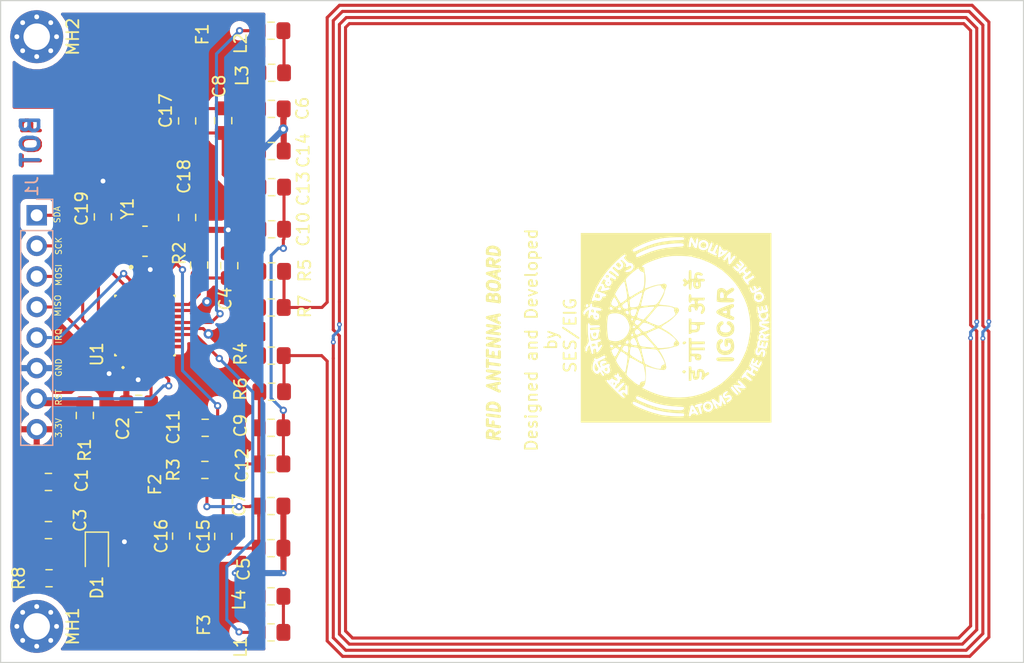
<source format=kicad_pcb>
(kicad_pcb (version 20171130) (host pcbnew "(5.1.2)-2")
  (layers (0 F.Cu signal) (31 B.Cu signal) (34 B.Paste user) (35 F.Paste user) (36 B.SilkS user) (37 F.SilkS user) (38 B.Mask user) (39 F.Mask user) (44 Edge.Cuts user))
  (net 0 "")
  (net 1 GND)
  (net 2 +3V3)
  (net 3 /VMID)
  (net 4 /CON_SDA)
  (net 5 /CON_SCK)
  (net 6 /CON_MOSI)
  (net 7 /CON_MISO)
  (net 8 /CON_IRQ)
  (net 9 /CON_NRST)
  (net 10 /TX1)
  (net 11 /TX2)
  (net 12 /RX)
  (net 13 "Net-(U1-Pad7)")
  (net 14 "Net-(U1-Pad8)")
  (net 15 "Net-(U1-Pad9)")
  (net 16 "Net-(U1-Pad19)")
  (net 17 "Net-(U1-Pad20)")
  (net 18 "Net-(U1-Pad25)")
  (net 19 "Net-(U1-Pad26)")
  (net 20 "Net-(U1-Pad27)")
  (net 21 "Net-(U1-Pad28)")
  (net 22 "Net-(C15-Pad1)")
  (net 23 "Net-(C14-Pad2)")
  (net 24 "Net-(C10-Pad2)")
  (net 25 "Net-(C10-Pad1)")
  (net 26 "Net-(C12-Pad1)")
  (net 27 "Net-(C11-Pad2)")
  (net 28 "Net-(C18-Pad2)")
  (net 29 "Net-(C19-Pad1)")
  (net 30 "Net-(L1-Pad2)")
  (net 31 "Net-(L2-Pad2)")
  (net 32 "Net-(R4-Pad1)")
  (net 33 "Net-(D1-Pad2)")
  (module MountingHole:MountingHole_2.2mm_M2_Pad_Via (layer F.Cu) (at 85.55 75)
    (fp_text reference MH2 (at 3 0 90) (layer F.SilkS))
    (fp_text value MH)
    (pad 1 thru_hole circle (at 0 0) (size 4.4 4.4) (drill 2.2) (layers *.Cu *.Mask))
    (pad 1 thru_hole circle (at 1.65 0) (size 0.7 0.7) (drill 0.4) (layers *.Cu *.Mask))
    (pad 1 thru_hole circle (at 1.166726 1.166726) (size 0.7 0.7) (drill 0.4) (layers *.Cu *.Mask))
    (pad 1 thru_hole circle (at 0 1.65) (size 0.7 0.7) (drill 0.4) (layers *.Cu *.Mask))
    (pad 1 thru_hole circle (at -1.166726 1.166726) (size 0.7 0.7) (drill 0.4) (layers *.Cu *.Mask))
    (pad 1 thru_hole circle (at -1.65 0) (size 0.7 0.7) (drill 0.4) (layers *.Cu *.Mask))
    (pad 1 thru_hole circle (at -1.166726 -1.166726) (size 0.7 0.7) (drill 0.4) (layers *.Cu *.Mask))
    (pad 1 thru_hole circle (at 0 -1.65) (size 0.7 0.7) (drill 0.4) (layers *.Cu *.Mask))
    (pad 1 thru_hole circle (at 1.166726 -1.166726) (size 0.7 0.7) (drill 0.4) (layers *.Cu *.Mask))
  )
  (module MountingHole:MountingHole_2.2mm_M2_Pad_Via (layer F.Cu) (at 85.55 124)
    (fp_text reference MH1 (at 3 0 270) (layer F.SilkS))
    (fp_text value MH)
    (pad 1 thru_hole circle (at 1.166726 -1.166726) (size 0.7 0.7) (drill 0.4) (layers *.Cu *.Mask))
    (pad 1 thru_hole circle (at 0 -1.65) (size 0.7 0.7) (drill 0.4) (layers *.Cu *.Mask))
    (pad 1 thru_hole circle (at -1.166726 -1.166726) (size 0.7 0.7) (drill 0.4) (layers *.Cu *.Mask))
    (pad 1 thru_hole circle (at -1.65 0) (size 0.7 0.7) (drill 0.4) (layers *.Cu *.Mask))
    (pad 1 thru_hole circle (at -1.166726 1.166726) (size 0.7 0.7) (drill 0.4) (layers *.Cu *.Mask))
    (pad 1 thru_hole circle (at 0 1.65) (size 0.7 0.7) (drill 0.4) (layers *.Cu *.Mask))
    (pad 1 thru_hole circle (at 1.166726 1.166726) (size 0.7 0.7) (drill 0.4) (layers *.Cu *.Mask))
    (pad 1 thru_hole circle (at 1.65 0) (size 0.7 0.7) (drill 0.4) (layers *.Cu *.Mask))
    (pad 1 thru_hole circle (at 0 0) (size 4.4 4.4) (drill 2.2) (layers *.Cu *.Mask))
  )
  (module ABRACON:igclogo (layer B.Cu) (at 138.684 99.187 90)
    (fp_text reference G*** hide)
    (fp_text value LOGO hide)
  )
  (module Fiducial:Fiducial_1mm_Mask2mm (layer F.Cu) (at 97.155 124.0155)
    (fp_text reference F3 (at 2.286 -0.127 90 unlocked) (layer F.SilkS))
    (fp_text value Fid)
    (pad "" smd circle (at 0 0) (size 1 1) (layers F.Cu F.Mask) (clearance 0.5))
  )
  (module Fiducial:Fiducial_1mm_Mask2mm (layer F.Cu) (at 93.091 112.3315)
    (fp_text reference F2 (at 2.286 -0.127 90) (layer F.SilkS))
    (fp_text value Fid)
    (pad "" smd circle (at 0 0) (size 1 1) (layers F.Cu F.Mask) (clearance 0.5))
  )
  (module Fiducial:Fiducial_1mm_Mask2mm (layer F.Cu) (at 97.028 74.93)
    (fp_text reference F1 (at 2.286 -0.127 90) (layer F.SilkS))
    (fp_text value Fid)
    (pad "" smd circle (at 0 0) (size 1 1) (layers F.Cu F.Mask) (clearance 0.5))
  )
  (module Capacitor_SMD:C_0805_2012Metric_Pad1.15x1.40mm_HandSolder (layer F.Cu) (at 86.525 112 180)
    (fp_text reference C1 (at -2.756 0.113 90) (layer F.SilkS))
    (fp_text value 106)
    (pad 1 smd roundrect (at -1.025 0 180) (size 1.15 1.4) (layers F.Cu F.Paste F.Mask) (roundrect_rratio 0.217391) (net 1 GND))
    (pad 2 smd roundrect (at 1.025 0 180) (size 1.15 1.4) (layers F.Cu F.Paste F.Mask) (roundrect_rratio 0.217391) (net 2 +3V3))
  )
  (module Capacitor_SMD:C_0805_2012Metric_Pad1.15x1.40mm_HandSolder (layer F.Cu) (at 94.025 105.5 180)
    (fp_text reference C2 (at 1.315 -2.069 90) (layer F.SilkS))
    (fp_text value 104)
    (pad 2 smd roundrect (at 1.025 0 180) (size 1.15 1.4) (layers F.Cu F.Paste F.Mask) (roundrect_rratio 0.217391) (net 2 +3V3))
    (pad 1 smd roundrect (at -1.025 0 180) (size 1.15 1.4) (layers F.Cu F.Paste F.Mask) (roundrect_rratio 0.217391) (net 1 GND))
  )
  (module Capacitor_SMD:C_0805_2012Metric_Pad1.15x1.40mm_HandSolder (layer F.Cu) (at 86.525 116 180)
    (fp_text reference C3 (at -2.629 0.811 90) (layer F.SilkS))
    (fp_text value 104)
    (pad 1 smd roundrect (at -1.025 0 180) (size 1.15 1.4) (layers F.Cu F.Paste F.Mask) (roundrect_rratio 0.217391) (net 1 GND))
    (pad 2 smd roundrect (at 1.025 0 180) (size 1.15 1.4) (layers F.Cu F.Paste F.Mask) (roundrect_rratio 0.217391) (net 2 +3V3))
  )
  (module Capacitor_SMD:C_0805_2012Metric_Pad1.15x1.40mm_HandSolder (layer F.Cu) (at 101.55 94.025 90)
    (fp_text reference C4 (at -2.749 -0.331 90) (layer F.SilkS))
    (fp_text value 104)
    (pad 1 smd roundrect (at -1.025 0 90) (size 1.15 1.4) (layers F.Cu F.Paste F.Mask) (roundrect_rratio 0.217391) (net 3 /VMID))
    (pad 2 smd roundrect (at 1.025 0 90) (size 1.15 1.4) (layers F.Cu F.Paste F.Mask) (roundrect_rratio 0.217391) (net 1 GND))
  )
  (module Capacitor_SMD:C_0805_2012Metric_Pad1.15x1.40mm_HandSolder (layer F.Cu) (at 105.025 117.5)
    (fp_text reference C5 (at -2.282 1.753 90) (layer F.SilkS))
    (fp_text value 220pF)
    (pad 2 smd roundrect (at 1.025 0) (size 1.15 1.4) (layers F.Cu F.Paste F.Mask) (roundrect_rratio 0.217391) (net 1 GND))
    (pad 1 smd roundrect (at -1.025 0) (size 1.15 1.4) (layers F.Cu F.Paste F.Mask) (roundrect_rratio 0.217391) (net 22 "Net-(C15-Pad1)"))
  )
  (module Capacitor_SMD:C_0805_2012Metric_Pad1.15x1.40mm_HandSolder (layer F.Cu) (at 105.05 81 180)
    (fp_text reference C6 (at -2.5825 0.0375 90) (layer F.SilkS))
    (fp_text value 220pF)
    (pad 1 smd roundrect (at -1.025 0 180) (size 1.15 1.4) (layers F.Cu F.Paste F.Mask) (roundrect_rratio 0.217391) (net 1 GND))
    (pad 2 smd roundrect (at 1.025 0 180) (size 1.15 1.4) (layers F.Cu F.Paste F.Mask) (roundrect_rratio 0.217391) (net 23 "Net-(C14-Pad2)"))
  )
  (module Capacitor_SMD:C_0805_2012Metric_Pad1.15x1.40mm_HandSolder (layer F.Cu) (at 101.05 81.975 270)
    (fp_text reference C8 (at -2.854 0.339 90) (layer F.SilkS))
    (fp_text value 10pF)
    (pad 1 smd roundrect (at -1.025 0 270) (size 1.15 1.4) (layers F.Cu F.Paste F.Mask) (roundrect_rratio 0.217391) (net 23 "Net-(C14-Pad2)"))
    (pad 2 smd roundrect (at 1.025 0 270) (size 1.15 1.4) (layers F.Cu F.Paste F.Mask) (roundrect_rratio 0.217391) (net 24 "Net-(C10-Pad2)"))
  )
  (module Capacitor_SMD:C_0805_2012Metric_Pad1.15x1.40mm_HandSolder (layer F.Cu) (at 105.025 107.5)
    (fp_text reference C9 (at -2.536 -0.185 90) (layer F.SilkS))
    (fp_text value 100pF)
    (pad 2 smd roundrect (at 1.025 0) (size 1.15 1.4) (layers F.Cu F.Paste F.Mask) (roundrect_rratio 0.217391) (net 25 "Net-(C10-Pad1)"))
    (pad 1 smd roundrect (at -1.025 0) (size 1.15 1.4) (layers F.Cu F.Paste F.Mask) (roundrect_rratio 0.217391) (net 26 "Net-(C12-Pad1)"))
  )
  (module Capacitor_SMD:C_0805_2012Metric_Pad1.15x1.40mm_HandSolder (layer F.Cu) (at 105.075 91 180)
    (fp_text reference C10 (at -2.621 0.0045 90) (layer F.SilkS))
    (fp_text value 100pF)
    (pad 1 smd roundrect (at -1.025 0 180) (size 1.15 1.4) (layers F.Cu F.Paste F.Mask) (roundrect_rratio 0.217391) (net 25 "Net-(C10-Pad1)"))
    (pad 2 smd roundrect (at 1.025 0 180) (size 1.15 1.4) (layers F.Cu F.Paste F.Mask) (roundrect_rratio 0.217391) (net 24 "Net-(C10-Pad2)"))
  )
  (module Capacitor_SMD:C_0805_2012Metric_Pad1.15x1.40mm_HandSolder (layer F.Cu) (at 99.55 107.5 180)
    (fp_text reference C11 (at 2.649 0.058 90) (layer F.SilkS))
    (fp_text value "1 nF")
    (pad 2 smd roundrect (at 1.025 0 180) (size 1.15 1.4) (layers F.Cu F.Paste F.Mask) (roundrect_rratio 0.217391) (net 27 "Net-(C11-Pad2)"))
    (pad 1 smd roundrect (at -1.025 0 180) (size 1.15 1.4) (layers F.Cu F.Paste F.Mask) (roundrect_rratio 0.217391) (net 12 /RX))
  )
  (module Capacitor_SMD:C_0805_2012Metric_Pad1.15x1.40mm_HandSolder (layer F.Cu) (at 105.025 110.5)
    (fp_text reference C12 (at -2.409 0.117 90) (layer F.SilkS))
    (fp_text value 10pF)
    (pad 2 smd roundrect (at 1.025 0) (size 1.15 1.4) (layers F.Cu F.Paste F.Mask) (roundrect_rratio 0.217391) (net 25 "Net-(C10-Pad1)"))
    (pad 1 smd roundrect (at -1.025 0) (size 1.15 1.4) (layers F.Cu F.Paste F.Mask) (roundrect_rratio 0.217391) (net 26 "Net-(C12-Pad1)"))
  )
  (module Capacitor_SMD:C_0805_2012Metric_Pad1.15x1.40mm_HandSolder (layer F.Cu) (at 105.075 87.5 180)
    (fp_text reference C13 (at -2.621 -0.13 90) (layer F.SilkS))
    (fp_text value 10pF)
    (pad 1 smd roundrect (at -1.025 0 180) (size 1.15 1.4) (layers F.Cu F.Paste F.Mask) (roundrect_rratio 0.217391) (net 25 "Net-(C10-Pad1)"))
    (pad 2 smd roundrect (at 1.025 0 180) (size 1.15 1.4) (layers F.Cu F.Paste F.Mask) (roundrect_rratio 0.217391) (net 24 "Net-(C10-Pad2)"))
  )
  (module Inductor_SMD:L_0805_2012Metric_Pad1.15x1.40mm_HandSolder (layer F.Cu) (at 105.025 124.5)
    (fp_text reference L1 (at -2.536 1.23 90) (layer F.SilkS))
    (fp_text value 560nH)
    (pad 1 smd roundrect (at -1.025 0) (size 1.15 1.4) (layers F.Cu F.Paste F.Mask) (roundrect_rratio 0.217391) (net 10 /TX1))
    (pad 2 smd roundrect (at 1.025 0) (size 1.15 1.4) (layers F.Cu F.Paste F.Mask) (roundrect_rratio 0.217391) (net 30 "Net-(L1-Pad2)"))
  )
  (module Inductor_SMD:L_0805_2012Metric_Pad1.15x1.40mm_HandSolder (layer F.Cu) (at 105.025 74.5)
    (fp_text reference L2 (at -2.536 1.065 90) (layer F.SilkS))
    (fp_text value 560nH)
    (pad 2 smd roundrect (at 1.025 0) (size 1.15 1.4) (layers F.Cu F.Paste F.Mask) (roundrect_rratio 0.217391) (net 31 "Net-(L2-Pad2)"))
    (pad 1 smd roundrect (at -1.025 0) (size 1.15 1.4) (layers F.Cu F.Paste F.Mask) (roundrect_rratio 0.217391) (net 11 /TX2))
  )
  (module Resistor_SMD:R_0805_2012Metric_Pad1.15x1.40mm_HandSolder (layer F.Cu) (at 89.55 106.475 270)
    (fp_text reference R1 (at 2.872 0.015 90) (layer F.SilkS))
    (fp_text value 10k)
    (pad 1 smd roundrect (at -1.025 0 270) (size 1.15 1.4) (layers F.Cu F.Paste F.Mask) (roundrect_rratio 0.217391) (net 9 /CON_NRST))
    (pad 2 smd roundrect (at 1.025 0 270) (size 1.15 1.4) (layers F.Cu F.Paste F.Mask) (roundrect_rratio 0.217391) (net 2 +3V3))
  )
  (module Resistor_SMD:R_0805_2012Metric_Pad1.15x1.40mm_HandSolder (layer F.Cu) (at 99.05 93.975 90)
    (fp_text reference R2 (at 0.975 -1.65 90) (layer F.SilkS))
    (fp_text value 1k)
    (pad 1 smd roundrect (at -1.025 0 90) (size 1.15 1.4) (layers F.Cu F.Paste F.Mask) (roundrect_rratio 0.217391) (net 3 /VMID))
    (pad 2 smd roundrect (at 1.025 0 90) (size 1.15 1.4) (layers F.Cu F.Paste F.Mask) (roundrect_rratio 0.217391) (net 12 /RX))
  )
  (module Resistor_SMD:R_0805_2012Metric_Pad1.15x1.40mm_HandSolder (layer F.Cu) (at 99.525 111)
    (fp_text reference R3 (at -2.624 -0.002 90) (layer F.SilkS))
    (fp_text value 5k1)
    (pad 2 smd roundrect (at 1.025 0) (size 1.15 1.4) (layers F.Cu F.Paste F.Mask) (roundrect_rratio 0.217391) (net 22 "Net-(C15-Pad1)"))
    (pad 1 smd roundrect (at -1.025 0) (size 1.15 1.4) (layers F.Cu F.Paste F.Mask) (roundrect_rratio 0.217391) (net 27 "Net-(C11-Pad2)"))
  )
  (module MFRC:NXP-SOT617-1-0-0-0 (layer F.Cu) (at 94.55 99 90)
    (fp_text reference U1 (at -3.489 -3.999 90) (layer F.SilkS) (effects (justify left)))
    (fp_text value . (at -3.489 -2.348 90) (layer F.SilkS) (effects (font (size 1.27 1.27))))
    (pad 1 smd rect (at -2.55 -1.75 90) (size 0.9 0.29) (layers F.Cu F.Mask) (net 1 GND))
    (pad 2 smd rect (at -2.55 -1.25 90) (size 0.9 0.29) (layers F.Cu F.Mask) (net 2 +3V3))
    (pad 3 smd rect (at -2.55 -0.75 90) (size 0.9 0.29) (layers F.Cu F.Mask) (net 2 +3V3))
    (pad 4 smd rect (at -2.55 -0.25 90) (size 0.9 0.29) (layers F.Cu F.Mask) (net 1 GND))
    (pad 5 smd rect (at -2.55 0.25 90) (size 0.9 0.29) (layers F.Cu F.Mask) (net 1 GND))
    (pad 6 smd rect (at -2.55 0.75 90) (size 0.9 0.29) (layers F.Cu F.Mask) (net 9 /CON_NRST))
    (pad 7 smd rect (at -2.55 1.25 90) (size 0.9 0.29) (layers F.Cu F.Mask) (net 13 "Net-(U1-Pad7)"))
    (pad 8 smd rect (at -2.55 1.75 90) (size 0.9 0.29) (layers F.Cu F.Mask) (net 14 "Net-(U1-Pad8)"))
    (pad 9 smd rect (at -1.75 2.55 90) (size 0.29 0.9) (layers F.Cu F.Mask) (net 15 "Net-(U1-Pad9)"))
    (pad 10 smd rect (at -1.25 2.55 90) (size 0.29 0.9) (layers F.Cu F.Mask) (net 1 GND))
    (pad 11 smd rect (at -0.75 2.55 90) (size 0.29 0.9) (layers F.Cu F.Mask) (net 10 /TX1))
    (pad 12 smd rect (at -0.25 2.55 90) (size 0.29 0.9) (layers F.Cu F.Mask) (net 2 +3V3))
    (pad 13 smd rect (at 0.25 2.55 90) (size 0.29 0.9) (layers F.Cu F.Mask) (net 11 /TX2))
    (pad 14 smd rect (at 0.75 2.55 90) (size 0.29 0.9) (layers F.Cu F.Mask) (net 1 GND))
    (pad 15 smd rect (at 1.25 2.55 90) (size 0.29 0.9) (layers F.Cu F.Mask) (net 2 +3V3))
    (pad 16 smd rect (at 1.75 2.55 90) (size 0.29 0.9) (layers F.Cu F.Mask) (net 3 /VMID))
    (pad 17 smd rect (at 2.55 1.75 90) (size 0.9 0.29) (layers F.Cu F.Mask) (net 12 /RX))
    (pad 18 smd rect (at 2.55 1.25 90) (size 0.9 0.29) (layers F.Cu F.Mask) (net 1 GND))
    (pad 19 smd rect (at 2.55 0.75 90) (size 0.9 0.29) (layers F.Cu F.Mask) (net 16 "Net-(U1-Pad19)"))
    (pad 20 smd rect (at 2.55 0.25 90) (size 0.9 0.29) (layers F.Cu F.Mask) (net 17 "Net-(U1-Pad20)"))
    (pad 21 smd rect (at 2.55 -0.25 90) (size 0.9 0.29) (layers F.Cu F.Mask) (net 28 "Net-(C18-Pad2)"))
    (pad 22 smd rect (at 2.55 -0.75 90) (size 0.9 0.29) (layers F.Cu F.Mask) (net 29 "Net-(C19-Pad1)"))
    (pad 23 smd rect (at 2.55 -1.25 90) (size 0.9 0.29) (layers F.Cu F.Mask) (net 8 /CON_IRQ))
    (pad 24 smd rect (at 2.55 -1.75 90) (size 0.9 0.29) (layers F.Cu F.Mask) (net 4 /CON_SDA))
    (pad 25 smd rect (at 1.75 -2.55 90) (size 0.29 0.9) (layers F.Cu F.Mask) (net 18 "Net-(U1-Pad25)"))
    (pad 26 smd rect (at 1.25 -2.55 90) (size 0.29 0.9) (layers F.Cu F.Mask) (net 19 "Net-(U1-Pad26)"))
    (pad 27 smd rect (at 0.75 -2.55 90) (size 0.29 0.9) (layers F.Cu F.Mask) (net 20 "Net-(U1-Pad27)"))
    (pad 28 smd rect (at 0.25 -2.55 90) (size 0.29 0.9) (layers F.Cu F.Mask) (net 21 "Net-(U1-Pad28)"))
    (pad 29 smd rect (at -0.25 -2.55 90) (size 0.29 0.9) (layers F.Cu F.Mask) (net 5 /CON_SCK))
    (pad 30 smd rect (at -0.75 -2.55 90) (size 0.29 0.9) (layers F.Cu F.Mask) (net 6 /CON_MOSI))
    (pad 31 smd rect (at -1.25 -2.55 90) (size 0.29 0.9) (layers F.Cu F.Mask) (net 7 /CON_MISO))
    (pad 32 smd rect (at -1.75 -2.55 90) (size 0.29 0.9) (layers F.Cu F.Mask) (net 2 +3V3))
    (pad 33 smd rect (at 0 0 90) (size 3.1 3.1) (layers F.Cu F.Mask) (net 1 GND))
  )
  (module ABRACON:XTAL_ABM8-27.120MHZ-B4-T (layer F.Cu) (at 94.55 92 90)
    (fp_text reference Y1 (at 2.719 -1.459 90) (layer F.SilkS))
    (fp_text value ABM8)
    (pad 1 smd rect (at -0.875 -1.15 90) (size 1.05 1.3) (layers F.Cu F.Paste F.Mask) (net 29 "Net-(C19-Pad1)"))
    (pad 2 smd rect (at -0.875 1.15 90) (size 1.05 1.3) (layers F.Cu F.Paste F.Mask) (net 1 GND))
    (pad 3 smd rect (at 0.875 1.15 90) (size 1.05 1.3) (layers F.Cu F.Paste F.Mask) (net 28 "Net-(C18-Pad2)"))
    (pad 4 smd rect (at 0.875 -1.15 90) (size 1.05 1.3) (layers F.Cu F.Paste F.Mask) (net 1 GND))
  )
  (module Connector_PinHeader_2.54mm:PinHeader_1x08_P2.54mm_Vertical (layer B.Cu) (at 85.55 89.84 180)
    (fp_text reference J1 (at 0.3965 2.4005 90) (layer B.SilkS) (effects (justify mirror)))
    (fp_text value Conn_01x08)
    (pad 1 thru_hole rect (at 0 0 180) (size 1.7 1.7) (drill 1) (layers *.Cu *.Mask) (net 4 /CON_SDA))
    (pad 2 thru_hole oval (at 0 -2.54 180) (size 1.7 1.7) (drill 1) (layers *.Cu *.Mask) (net 5 /CON_SCK))
    (pad 3 thru_hole oval (at 0 -5.08 180) (size 1.7 1.7) (drill 1) (layers *.Cu *.Mask) (net 6 /CON_MOSI))
    (pad 4 thru_hole oval (at 0 -7.62 180) (size 1.7 1.7) (drill 1) (layers *.Cu *.Mask) (net 7 /CON_MISO))
    (pad 5 thru_hole oval (at 0 -10.16 180) (size 1.7 1.7) (drill 1) (layers *.Cu *.Mask) (net 8 /CON_IRQ))
    (pad 6 thru_hole oval (at 0 -12.7 180) (size 1.7 1.7) (drill 1) (layers *.Cu *.Mask) (net 1 GND))
    (pad 7 thru_hole oval (at 0 -15.24 180) (size 1.7 1.7) (drill 1) (layers *.Cu *.Mask) (net 9 /CON_NRST))
    (pad 8 thru_hole oval (at 0 -17.78 180) (size 1.7 1.7) (drill 1) (layers *.Cu *.Mask) (net 2 +3V3))
  )
  (module Capacitor_SMD:C_0805_2012Metric_Pad1.15x1.40mm_HandSolder (layer F.Cu) (at 105.025 114)
    (fp_text reference C7 (at -2.663 -0.081 90) (layer F.SilkS))
    (fp_text value 10pF)
    (pad 1 smd roundrect (at -1.025 0) (size 1.15 1.4) (layers F.Cu F.Paste F.Mask) (roundrect_rratio 0.217391) (net 22 "Net-(C15-Pad1)"))
    (pad 2 smd roundrect (at 1.025 0) (size 1.15 1.4) (layers F.Cu F.Paste F.Mask) (roundrect_rratio 0.217391) (net 1 GND))
  )
  (module Capacitor_SMD:C_0805_2012Metric_Pad1.15x1.40mm_HandSolder (layer F.Cu) (at 105.05 84.5 180)
    (fp_text reference C14 (at -2.646 0.045 90) (layer F.SilkS))
    (fp_text value 10pF)
    (pad 1 smd roundrect (at -1.025 0 180) (size 1.15 1.4) (layers F.Cu F.Paste F.Mask) (roundrect_rratio 0.217391) (net 1 GND))
    (pad 2 smd roundrect (at 1.025 0 180) (size 1.15 1.4) (layers F.Cu F.Paste F.Mask) (roundrect_rratio 0.217391) (net 23 "Net-(C14-Pad2)"))
  )
  (module Capacitor_SMD:C_0805_2012Metric_Pad1.15x1.40mm_HandSolder (layer F.Cu) (at 101.05 116.525 90)
    (fp_text reference C15 (at 0 -1.65 90) (layer F.SilkS))
    (fp_text value 10pF)
    (pad 1 smd roundrect (at -1.025 0 90) (size 1.15 1.4) (layers F.Cu F.Paste F.Mask) (roundrect_rratio 0.217391) (net 22 "Net-(C15-Pad1)"))
    (pad 2 smd roundrect (at 1.025 0 90) (size 1.15 1.4) (layers F.Cu F.Paste F.Mask) (roundrect_rratio 0.217391) (net 26 "Net-(C12-Pad1)"))
  )
  (module Capacitor_SMD:C_0805_2012Metric_Pad1.15x1.40mm_HandSolder (layer F.Cu) (at 97.55 116.5 90)
    (fp_text reference C16 (at 0 -1.65 90) (layer F.SilkS))
    (fp_text value 10pF)
    (pad 2 smd roundrect (at 1.025 0 90) (size 1.15 1.4) (layers F.Cu F.Paste F.Mask) (roundrect_rratio 0.217391) (net 26 "Net-(C12-Pad1)"))
    (pad 1 smd roundrect (at -1.025 0 90) (size 1.15 1.4) (layers F.Cu F.Paste F.Mask) (roundrect_rratio 0.217391) (net 22 "Net-(C15-Pad1)"))
  )
  (module Capacitor_SMD:C_0805_2012Metric_Pad1.15x1.40mm_HandSolder (layer F.Cu) (at 98.05 82 270)
    (fp_text reference C17 (at -0.847 1.784 90) (layer F.SilkS))
    (fp_text value 10pF)
    (pad 2 smd roundrect (at 1.025 0 270) (size 1.15 1.4) (layers F.Cu F.Paste F.Mask) (roundrect_rratio 0.217391) (net 24 "Net-(C10-Pad2)"))
    (pad 1 smd roundrect (at -1.025 0 270) (size 1.15 1.4) (layers F.Cu F.Paste F.Mask) (roundrect_rratio 0.217391) (net 23 "Net-(C14-Pad2)"))
  )
  (module Capacitor_SMD:C_0805_2012Metric_Pad1.15x1.40mm_HandSolder (layer F.Cu) (at 98.05 90.025 90)
    (fp_text reference C18 (at 3.411 -0.26 90) (layer F.SilkS))
    (fp_text value 33pF)
    (pad 2 smd roundrect (at 1.025 0 90) (size 1.15 1.4) (layers F.Cu F.Paste F.Mask) (roundrect_rratio 0.217391) (net 28 "Net-(C18-Pad2)"))
    (pad 1 smd roundrect (at -1.025 0 90) (size 1.15 1.4) (layers F.Cu F.Paste F.Mask) (roundrect_rratio 0.217391) (net 1 GND))
  )
  (module Capacitor_SMD:C_0805_2012Metric_Pad1.15x1.40mm_HandSolder (layer F.Cu) (at 91.05 89.975 90)
    (fp_text reference C19 (at 0.694 -1.769 90) (layer F.SilkS))
    (fp_text value 33pF)
    (pad 1 smd roundrect (at -1.025 0 90) (size 1.15 1.4) (layers F.Cu F.Paste F.Mask) (roundrect_rratio 0.217391) (net 29 "Net-(C19-Pad1)"))
    (pad 2 smd roundrect (at 1.025 0 90) (size 1.15 1.4) (layers F.Cu F.Paste F.Mask) (roundrect_rratio 0.217391) (net 1 GND))
  )
  (module Inductor_SMD:L_0805_2012Metric_Pad1.15x1.40mm_HandSolder (layer F.Cu) (at 105.075 78 180)
    (fp_text reference L3 (at 2.459 -0.232 90) (layer F.SilkS))
    (fp_text value 50nH)
    (pad 1 smd roundrect (at -1.025 0 180) (size 1.15 1.4) (layers F.Cu F.Paste F.Mask) (roundrect_rratio 0.217391) (net 31 "Net-(L2-Pad2)"))
    (pad 2 smd roundrect (at 1.025 0 180) (size 1.15 1.4) (layers F.Cu F.Paste F.Mask) (roundrect_rratio 0.217391) (net 23 "Net-(C14-Pad2)"))
  )
  (module Inductor_SMD:L_0805_2012Metric_Pad1.15x1.40mm_HandSolder (layer F.Cu) (at 105.025 121.5 180)
    (fp_text reference L4 (at 2.663 -0.293 90) (layer F.SilkS))
    (fp_text value 50nH)
    (pad 2 smd roundrect (at 1.025 0 180) (size 1.15 1.4) (layers F.Cu F.Paste F.Mask) (roundrect_rratio 0.217391) (net 22 "Net-(C15-Pad1)"))
    (pad 1 smd roundrect (at -1.025 0 180) (size 1.15 1.4) (layers F.Cu F.Paste F.Mask) (roundrect_rratio 0.217391) (net 30 "Net-(L1-Pad2)"))
  )
  (module Resistor_SMD:R_0805_2012Metric_Pad1.15x1.40mm_HandSolder (layer F.Cu) (at 105.05 101.5 180)
    (fp_text reference R4 (at 2.561 0.154 90) (layer F.SilkS))
    (fp_text value 1E6)
    (pad 2 smd roundrect (at 1.025 0 180) (size 1.15 1.4) (layers F.Cu F.Paste F.Mask) (roundrect_rratio 0.217391) (net 26 "Net-(C12-Pad1)"))
    (pad 1 smd roundrect (at -1.025 0 180) (size 1.15 1.4) (layers F.Cu F.Paste F.Mask) (roundrect_rratio 0.217391) (net 32 "Net-(R4-Pad1)"))
  )
  (module Resistor_SMD:R_0805_2012Metric_Pad1.15x1.40mm_HandSolder (layer F.Cu) (at 105.075 94.5 180)
    (fp_text reference R5 (at -2.748 0.0755 90) (layer F.SilkS))
    (fp_text value 1E6)
    (pad 1 smd roundrect (at -1.025 0 180) (size 1.15 1.4) (layers F.Cu F.Paste F.Mask) (roundrect_rratio 0.217391) (net 32 "Net-(R4-Pad1)"))
    (pad 2 smd roundrect (at 1.025 0 180) (size 1.15 1.4) (layers F.Cu F.Paste F.Mask) (roundrect_rratio 0.217391) (net 24 "Net-(C10-Pad2)"))
  )
  (module Resistor_SMD:R_0805_2012Metric_Pad1.15x1.40mm_HandSolder (layer F.Cu) (at 105.075 104.5 180)
    (fp_text reference R6 (at 2.586 0.233 90) (layer F.SilkS))
    (fp_text value 1E6)
    (pad 2 smd roundrect (at 1.025 0 180) (size 1.15 1.4) (layers F.Cu F.Paste F.Mask) (roundrect_rratio 0.217391) (net 26 "Net-(C12-Pad1)"))
    (pad 1 smd roundrect (at -1.025 0 180) (size 1.15 1.4) (layers F.Cu F.Paste F.Mask) (roundrect_rratio 0.217391) (net 32 "Net-(R4-Pad1)"))
  )
  (module Resistor_SMD:R_0805_2012Metric_Pad1.15x1.40mm_HandSolder (layer F.Cu) (at 105.05 97.5 180)
    (fp_text reference R7 (at -2.773 0.091 90) (layer F.SilkS))
    (fp_text value 1E6)
    (pad 1 smd roundrect (at -1.025 0 180) (size 1.15 1.4) (layers F.Cu F.Paste F.Mask) (roundrect_rratio 0.217391) (net 32 "Net-(R4-Pad1)"))
    (pad 2 smd roundrect (at 1.025 0 180) (size 1.15 1.4) (layers F.Cu F.Paste F.Mask) (roundrect_rratio 0.217391) (net 24 "Net-(C10-Pad2)"))
  )
  (module Diode_SMD:D_0805_2012Metric_Pad1.15x1.40mm_HandSolder (layer F.Cu) (at 90.55 118.025 270)
    (fp_text reference D1 (at 2.752 -0.001 90) (layer F.SilkS))
    (fp_text value LED)
    (pad 1 smd roundrect (at -1.025 0 270) (size 1.15 1.4) (layers F.Cu F.Paste F.Mask) (roundrect_rratio 0.217391) (net 1 GND))
    (pad 2 smd roundrect (at 1.025 0 270) (size 1.15 1.4) (layers F.Cu F.Paste F.Mask) (roundrect_rratio 0.217391) (net 33 "Net-(D1-Pad2)"))
  )
  (module Resistor_SMD:R_0805_2012Metric_Pad1.15x1.40mm_HandSolder (layer F.Cu) (at 86.575 120)
    (fp_text reference R8 (at -2.525 0 90) (layer F.SilkS))
    (fp_text value 1k)
    (pad 1 smd roundrect (at -1.025 0) (size 1.15 1.4) (layers F.Cu F.Paste F.Mask) (roundrect_rratio 0.217391) (net 2 +3V3))
    (pad 2 smd roundrect (at 1.025 0) (size 1.15 1.4) (layers F.Cu F.Paste F.Mask) (roundrect_rratio 0.217391) (net 33 "Net-(D1-Pad2)"))
  )
  (gr_text "RFID ANTENNA BOARD" (at 123.55 100.5 90) (layer F.SilkS) (effects (font (size 1 1) (thickness 0.25) italic)))
  (gr_text BOT (at 85.0265 83.693 90) (layer B.Cu) (effects (font (size 1.5 1.5) (thickness 0.3)) (justify mirror)))
  (gr_text TOP (at 85.1535 83.7565 90) (layer F.Cu) (effects (font (size 1.5 1.5) (thickness 0.3))))
  (gr_text 3.3V (at 87.376 107.5055 90) (layer F.SilkS) (effects (font (size 0.5 0.5) (thickness 0.075))))
  (gr_text RST (at 87.376 104.9655 90) (layer F.SilkS) (effects (font (size 0.5 0.5) (thickness 0.075))))
  (gr_text GND (at 87.376 102.489 90) (layer F.SilkS) (effects (font (size 0.5 0.5) (thickness 0.075))))
  (gr_text IRQ (at 87.376 99.8855 90) (layer F.SilkS) (effects (font (size 0.5 0.5) (thickness 0.075))))
  (gr_text MISO (at 87.3125 97.3455 90) (layer F.SilkS) (effects (font (size 0.5 0.5) (thickness 0.075))))
  (gr_text MOSI (at 87.376 94.8055 90) (layer F.SilkS) (effects (font (size 0.5 0.5) (thickness 0.075))))
  (gr_text SCK (at 87.376 92.3925 90) (layer F.SilkS) (effects (font (size 0.5 0.5) (thickness 0.075))))
  (gr_text SDA (at 87.249 89.789 90) (layer F.SilkS) (effects (font (size 0.5 0.5) (thickness 0.075))))
  (gr_text "Designed and Developed \nby \nSES/EIG" (at 128.27 99.822 90) (layer F.SilkS) (effects (font (size 1 1))))
  (gr_line (start 167.55 127) (end 82.55 127) (layer Edge.Cuts) (width 0.1))
  (gr_line (start 167.55 72) (end 167.55 127) (layer Edge.Cuts) (width 0.1))
  (gr_line (start 82.55 72) (end 167.55 72) (layer Edge.Cuts) (width 0.1))
  (gr_line (start 82.55 127) (end 82.55 72) (layer Edge.Cuts) (width 0.1))
  (segment (start 91.35 117) (end 91.383 116.967) (width 0.508) (layer F.Cu) (net 1))
  (segment (start 90.55 117) (end 91.35 117) (width 0.508) (layer F.Cu) (net 1))
  (segment (start 91.383 116.967) (end 92.837 116.967) (width 0.508) (layer F.Cu) (net 1))
  (via (at 92.837 116.967) (size 0.8) (drill 0.4) (layers F.Cu B.Cu) (net 1))
  (segment (start 87.55 112) (end 87.55 116) (width 0.508) (layer F.Cu) (net 1))
  (segment (start 88.55 117) (end 87.55 116) (width 0.508) (layer F.Cu) (net 1))
  (segment (start 90.55 117) (end 88.55 117) (width 0.508) (layer F.Cu) (net 1))
  (segment (start 94.8 101.55) (end 94.8 102.547) (width 0.254) (layer F.Cu) (net 1))
  (segment (start 95.05 102.797) (end 95.05 105.5) (width 0.254) (layer F.Cu) (net 1))
  (segment (start 94.8 102.547) (end 95.05 102.797) (width 0.254) (layer F.Cu) (net 1))
  (segment (start 94.3 101.55) (end 94.8 101.55) (width 0.254) (layer F.Cu) (net 1))
  (segment (start 92.401 101.55) (end 91.567 102.384) (width 0.254) (layer F.Cu) (net 1))
  (segment (start 92.8 101.55) (end 92.401 101.55) (width 0.254) (layer F.Cu) (net 1))
  (segment (start 91.567 102.384) (end 91.567 102.997) (width 0.254) (layer F.Cu) (net 1))
  (via (at 91.567 102.997) (size 0.8) (drill 0.4) (layers F.Cu B.Cu) (net 1))
  (segment (start 94.3 99.25) (end 94.55 99) (width 0.254) (layer F.Cu) (net 1))
  (segment (start 94.3 101.55) (end 94.3 99.25) (width 0.254) (layer F.Cu) (net 1))
  (segment (start 94.3 101.55) (end 94.3 103.185) (width 0.254) (layer F.Cu) (net 1))
  (segment (start 94.3 103.185) (end 93.98 103.505) (width 0.254) (layer F.Cu) (net 1))
  (via (at 93.98 103.505) (size 0.8) (drill 0.4) (layers F.Cu B.Cu) (net 1))
  (segment (start 94.8 99.25) (end 94.55 99) (width 0.254) (layer F.Cu) (net 1))
  (segment (start 94.8 101.55) (end 94.8 99.25) (width 0.254) (layer F.Cu) (net 1))
  (segment (start 95.8 100.25) (end 94.55 99) (width 0.254) (layer F.Cu) (net 1))
  (segment (start 97.1 100.25) (end 95.8 100.25) (width 0.254) (layer F.Cu) (net 1))
  (segment (start 95.3 98.25) (end 94.55 99) (width 0.254) (layer F.Cu) (net 1))
  (segment (start 97.1 98.25) (end 95.3 98.25) (width 0.254) (layer F.Cu) (net 1))
  (segment (start 91.05 88.275) (end 91.059 88.266) (width 0.508) (layer F.Cu) (net 1))
  (segment (start 91.05 88.95) (end 91.05 88.275) (width 0.508) (layer F.Cu) (net 1))
  (segment (start 91.059 88.266) (end 91.059 86.995) (width 0.508) (layer F.Cu) (net 1))
  (via (at 91.059 86.995) (size 0.8) (drill 0.4) (layers F.Cu B.Cu) (net 1))
  (segment (start 98.05 91.05) (end 101.464 91.05) (width 0.508) (layer F.Cu) (net 1))
  (via (at 101.464 91.05) (size 0.8) (drill 0.4) (layers F.Cu B.Cu) (net 1))
  (segment (start 101.55 91.136) (end 101.464 91.05) (width 0.508) (layer F.Cu) (net 1))
  (segment (start 101.55 93) (end 101.55 91.136) (width 0.508) (layer F.Cu) (net 1))
  (segment (start 106.05 114) (end 106.05 117.5) (width 0.508) (layer F.Cu) (net 1))
  (segment (start 106.075 81.8) (end 106.045 81.83) (width 0.508) (layer F.Cu) (net 1))
  (segment (start 106.075 81) (end 106.075 81.8) (width 0.508) (layer F.Cu) (net 1))
  (segment (start 106.045 81.83) (end 106.045 82.677) (width 0.508) (layer F.Cu) (net 1))
  (via (at 106.045 82.677) (size 0.8) (drill 0.4) (layers F.Cu B.Cu) (net 1))
  (segment (start 106.075 82.707) (end 106.045 82.677) (width 0.508) (layer F.Cu) (net 1))
  (segment (start 106.075 84.5) (end 106.075 82.707) (width 0.508) (layer F.Cu) (net 1))
  (segment (start 101.464 87.258) (end 106.045 82.677) (width 0.508) (layer B.Cu) (net 1))
  (segment (start 101.464 91.05) (end 101.464 87.258) (width 0.508) (layer B.Cu) (net 1))
  (segment (start 106.05 118.3) (end 106.0577 118.3077) (width 0.508) (layer F.Cu) (net 1))
  (segment (start 106.05 117.5) (end 106.05 118.3) (width 0.508) (layer F.Cu) (net 1))
  (segment (start 106.0577 118.3077) (end 106.0577 119.5705) (width 0.508) (layer F.Cu) (net 1))
  (via (at 106.0577 119.5705) (size 0.4) (drill 0.2) (layers F.Cu B.Cu) (net 1))
  (segment (start 106.0577 119.5705) (end 105.774858 119.5705) (width 0.508) (layer B.Cu) (net 1))
  (segment (start 105.774858 119.5705) (end 102.0064 119.5705) (width 0.508) (layer B.Cu) (net 1))
  (via (at 102.0064 119.5705) (size 0.4) (drill 0.2) (layers F.Cu B.Cu) (net 1))
  (segment (start 95.7 92.875) (end 95.7 93.637784) (width 0.508) (layer F.Cu) (net 1))
  (segment (start 95.386391 93.951393) (end 94.986392 94.351392) (width 0.508) (layer F.Cu) (net 1))
  (segment (start 95.7 93.637784) (end 95.386391 93.951393) (width 0.508) (layer F.Cu) (net 1))
  (via (at 94.986392 94.351392) (size 0.8) (drill 0.4) (layers F.Cu B.Cu) (net 1))
  (segment (start 92.4679 88.95) (end 91.05 88.95) (width 0.508) (layer F.Cu) (net 1))
  (segment (start 93.4 91.125) (end 93.4 89.8821) (width 0.508) (layer F.Cu) (net 1))
  (segment (start 93.4 89.8821) (end 92.4679 88.95) (width 0.508) (layer F.Cu) (net 1))
  (segment (start 95.8 97.75) (end 94.55 99) (width 0.254) (layer F.Cu) (net 1))
  (segment (start 95.8 96.45) (end 95.8 97.75) (width 0.254) (layer F.Cu) (net 1))
  (segment (start 93 105.5) (end 93 107.025) (width 0.508) (layer F.Cu) (net 2))
  (segment (start 93 107.025) (end 92.525 107.5) (width 0.508) (layer F.Cu) (net 2))
  (segment (start 93.3 101.55) (end 93.3 103.042) (width 0.254) (layer F.Cu) (net 2))
  (segment (start 93 103.342) (end 93 105.5) (width 0.254) (layer F.Cu) (net 2))
  (segment (start 93.3 103.042) (end 93 103.342) (width 0.254) (layer F.Cu) (net 2))
  (segment (start 92 100.75) (end 90.717 100.75) (width 0.254) (layer F.Cu) (net 2))
  (segment (start 90.717 100.75) (end 90.043 101.424) (width 0.254) (layer F.Cu) (net 2))
  (segment (start 90.043 101.424) (end 90.043 103.759) (width 0.254) (layer F.Cu) (net 2))
  (segment (start 91.784 105.5) (end 93 105.5) (width 0.254) (layer F.Cu) (net 2))
  (segment (start 90.043 103.759) (end 91.784 105.5) (width 0.254) (layer F.Cu) (net 2))
  (segment (start 92.525 107.5) (end 91.636 107.5) (width 0.508) (layer F.Cu) (net 2))
  (segment (start 91.636 107.5) (end 89.55 107.5) (width 0.508) (layer F.Cu) (net 2))
  (via (at 99.695 97.028) (size 0.8) (drill 0.4) (layers F.Cu B.Cu) (net 2))
  (via (at 99.822 99.695) (size 0.8) (drill 0.4) (layers F.Cu B.Cu) (net 2))
  (segment (start 99.538685 97.75) (end 99.02 97.75) (width 0.254) (layer F.Cu) (net 2))
  (segment (start 99.695 97.593685) (end 99.538685 97.75) (width 0.254) (layer F.Cu) (net 2))
  (segment (start 99.695 97.028) (end 99.695 97.593685) (width 0.254) (layer F.Cu) (net 2))
  (segment (start 97.1 97.75) (end 99.02 97.75) (width 0.254) (layer F.Cu) (net 2))
  (segment (start 99.02 97.75) (end 99.147 97.75) (width 0.254) (layer F.Cu) (net 2))
  (segment (start 99.377 99.25) (end 99.822 99.695) (width 0.254) (layer F.Cu) (net 2))
  (segment (start 97.1 99.25) (end 99.377 99.25) (width 0.254) (layer F.Cu) (net 2))
  (segment (start 93.8 101.55) (end 93.3 101.55) (width 0.254) (layer F.Cu) (net 2))
  (segment (start 97.1 97.25) (end 98.203 97.25) (width 0.254) (layer F.Cu) (net 3))
  (segment (start 99.05 96.403) (end 99.05 95) (width 0.254) (layer F.Cu) (net 3))
  (segment (start 98.203 97.25) (end 99.05 96.403) (width 0.254) (layer F.Cu) (net 3))
  (segment (start 99.1 95.05) (end 99.05 95) (width 0.254) (layer F.Cu) (net 3))
  (segment (start 101.55 95.05) (end 99.1 95.05) (width 0.254) (layer F.Cu) (net 3))
  (segment (start 86.654 89.84) (end 85.55 89.84) (width 0.254) (layer F.Cu) (net 4))
  (segment (start 87.046 89.84) (end 86.654 89.84) (width 0.254) (layer F.Cu) (net 4))
  (segment (start 92.8 96.45) (end 92.8 95.594) (width 0.254) (layer F.Cu) (net 4))
  (segment (start 92.8 95.594) (end 87.046 89.84) (width 0.254) (layer F.Cu) (net 4))
  (segment (start 87.681 92.38) (end 85.55 92.38) (width 0.254) (layer F.Cu) (net 5))
  (segment (start 90.678 95.377) (end 87.681 92.38) (width 0.254) (layer F.Cu) (net 5))
  (segment (start 90.678 98.632) (end 90.678 95.377) (width 0.254) (layer F.Cu) (net 5))
  (segment (start 92 99.25) (end 91.296 99.25) (width 0.254) (layer F.Cu) (net 5))
  (segment (start 91.296 99.25) (end 90.678 98.632) (width 0.254) (layer F.Cu) (net 5))
  (segment (start 88.697 94.92) (end 85.55 94.92) (width 0.254) (layer F.Cu) (net 6))
  (segment (start 89.3699 95.5929) (end 88.697 94.92) (width 0.254) (layer F.Cu) (net 6))
  (segment (start 89.3699 98.4885) (end 89.3699 95.5929) (width 0.254) (layer F.Cu) (net 6))
  (segment (start 92 99.75) (end 90.6314 99.75) (width 0.254) (layer F.Cu) (net 6))
  (segment (start 90.6314 99.75) (end 89.3699 98.4885) (width 0.254) (layer F.Cu) (net 6))
  (segment (start 87.2111 97.46) (end 85.55 97.46) (width 0.254) (layer F.Cu) (net 7))
  (segment (start 92 100.25) (end 90.0011 100.25) (width 0.254) (layer F.Cu) (net 7))
  (segment (start 90.0011 100.25) (end 87.2111 97.46) (width 0.254) (layer F.Cu) (net 7))
  (segment (start 87.452 100) (end 92.472365 94.979635) (width 0.254) (layer B.Cu) (net 8))
  (via (at 92.772364 94.679636) (size 0.6) (drill 0.3) (layers F.Cu B.Cu) (net 8))
  (segment (start 85.55 100) (end 87.452 100) (width 0.254) (layer B.Cu) (net 8))
  (segment (start 93.072363 94.979635) (end 92.772364 94.679636) (width 0.254) (layer F.Cu) (net 8))
  (segment (start 93.3 95.207272) (end 93.072363 94.979635) (width 0.254) (layer F.Cu) (net 8))
  (segment (start 93.3 96.45) (end 93.3 95.207272) (width 0.254) (layer F.Cu) (net 8))
  (segment (start 92.472365 94.979635) (end 92.772364 94.679636) (width 0.254) (layer B.Cu) (net 8))
  (segment (start 85.92 105.45) (end 85.55 105.08) (width 0.508) (layer F.Cu) (net 9))
  (segment (start 89.55 105.45) (end 85.92 105.45) (width 0.508) (layer F.Cu) (net 9))
  (segment (start 95.3 102.254) (end 96.52 103.474) (width 0.254) (layer F.Cu) (net 9))
  (segment (start 95.3 101.55) (end 95.3 102.254) (width 0.254) (layer F.Cu) (net 9))
  (segment (start 96.52 103.474) (end 96.52 104.013) (width 0.254) (layer F.Cu) (net 9))
  (via (at 96.52 104.013) (size 0.6) (drill 0.3) (layers F.Cu B.Cu) (net 9))
  (segment (start 86.752081 105.08) (end 85.55 105.08) (width 0.254) (layer B.Cu) (net 9))
  (segment (start 95.028736 105.08) (end 86.752081 105.08) (width 0.254) (layer B.Cu) (net 9))
  (segment (start 96.095736 104.013) (end 95.028736 105.08) (width 0.254) (layer B.Cu) (net 9))
  (segment (start 96.52 104.013) (end 96.095736 104.013) (width 0.254) (layer B.Cu) (net 9))
  (segment (start 97.5318 99.75) (end 97.536 99.7458) (width 0.254) (layer F.Cu) (net 10))
  (segment (start 97.1 99.75) (end 97.5318 99.75) (width 0.254) (layer F.Cu) (net 10))
  (segment (start 97.536 99.7458) (end 98.7298 99.7458) (width 0.254) (layer F.Cu) (net 10))
  (segment (start 98.7298 99.7458) (end 99.406001 100.422001) (width 0.254) (layer F.Cu) (net 10))
  (segment (start 99.406001 100.422001) (end 100.4443 101.4603) (width 0.254) (layer F.Cu) (net 10))
  (segment (start 100.4443 101.4603) (end 100.7237 101.7397) (width 0.254) (layer F.Cu) (net 10))
  (via (at 100.7237 101.7397) (size 0.6) (drill 0.3) (layers F.Cu B.Cu) (net 10))
  (segment (start 100.7237 101.7397) (end 102.108 103.124) (width 0.254) (layer B.Cu) (net 10))
  (segment (start 102.108 103.124) (end 102.87 103.886) (width 0.254) (layer B.Cu) (net 10))
  (segment (start 102.87 103.886) (end 103.505 104.521) (width 0.254) (layer B.Cu) (net 10))
  (segment (start 103.505 104.521) (end 103.505 116.84) (width 0.254) (layer B.Cu) (net 10))
  (segment (start 103.505 116.84) (end 101.346 118.999) (width 0.254) (layer B.Cu) (net 10))
  (segment (start 101.346 118.999) (end 101.346 122.555) (width 0.254) (layer B.Cu) (net 10))
  (segment (start 101.346 122.555) (end 101.346 123.444) (width 0.254) (layer B.Cu) (net 10))
  (segment (start 101.346 123.444) (end 102.362 124.46) (width 0.254) (layer B.Cu) (net 10))
  (via (at 102.362 124.46) (size 0.6) (drill 0.3) (layers F.Cu B.Cu) (net 10))
  (segment (start 102.402 124.5) (end 102.362 124.46) (width 0.254) (layer F.Cu) (net 10))
  (segment (start 104 124.5) (end 102.402 124.5) (width 0.254) (layer F.Cu) (net 10))
  (segment (start 97.1 98.75) (end 100.0558 98.75) (width 0.254) (layer F.Cu) (net 11))
  (segment (start 100.0558 98.75) (end 100.7872 98.0186) (width 0.254) (layer F.Cu) (net 11))
  (via (at 100.7872 98.0186) (size 0.6) (drill 0.3) (layers F.Cu B.Cu) (net 11))
  (segment (start 100.487201 97.718601) (end 100.487201 76.423799) (width 0.254) (layer B.Cu) (net 11))
  (segment (start 100.7872 98.0186) (end 100.487201 97.718601) (width 0.254) (layer B.Cu) (net 11))
  (segment (start 104 74.5) (end 102.411 74.5) (width 0.254) (layer F.Cu) (net 11))
  (via (at 102.411 74.5) (size 0.6) (drill 0.3) (layers F.Cu B.Cu) (net 11))
  (segment (start 102.411 74.5) (end 101.981 74.93) (width 0.254) (layer B.Cu) (net 11))
  (segment (start 100.487201 76.423799) (end 101.981 74.93) (width 0.254) (layer B.Cu) (net 11))
  (segment (start 101.981 74.93) (end 102.362 74.549) (width 0.254) (layer B.Cu) (net 11))
  (segment (start 96.3 96.45) (end 96.3 94.708) (width 0.254) (layer F.Cu) (net 12))
  (segment (start 98.058 92.95) (end 99.05 92.95) (width 0.254) (layer F.Cu) (net 12))
  (segment (start 97.155 93.853) (end 97.663 94.361) (width 0.254) (layer F.Cu) (net 12))
  (segment (start 97.155 93.853) (end 98.058 92.95) (width 0.254) (layer F.Cu) (net 12))
  (segment (start 96.3 94.708) (end 97.155 93.853) (width 0.254) (layer F.Cu) (net 12))
  (via (at 97.663 94.361) (size 0.6) (drill 0.3) (layers F.Cu B.Cu) (net 12))
  (segment (start 100.575 106.7) (end 100.584 106.691) (width 0.254) (layer F.Cu) (net 12))
  (segment (start 100.575 107.5) (end 100.575 106.7) (width 0.254) (layer F.Cu) (net 12))
  (segment (start 100.584 106.691) (end 100.584 105.664) (width 0.254) (layer F.Cu) (net 12))
  (via (at 100.584 105.664) (size 0.6) (drill 0.3) (layers F.Cu B.Cu) (net 12))
  (segment (start 97.663 102.743) (end 97.663 94.361) (width 0.254) (layer B.Cu) (net 12))
  (segment (start 100.584 105.664) (end 97.663 102.743) (width 0.254) (layer B.Cu) (net 12))
  (segment (start 101.025 117.525) (end 101.05 117.55) (width 0.254) (layer F.Cu) (net 22))
  (segment (start 97.55 117.525) (end 101.025 117.525) (width 0.254) (layer F.Cu) (net 22))
  (segment (start 101.1 117.5) (end 101.05 117.55) (width 0.254) (layer F.Cu) (net 22))
  (segment (start 104 117.5) (end 101.1 117.5) (width 0.254) (layer F.Cu) (net 22))
  (segment (start 104 114.8) (end 104 117.5) (width 0.254) (layer F.Cu) (net 22))
  (segment (start 104 114) (end 104 114.8) (width 0.254) (layer F.Cu) (net 22))
  (segment (start 104 120.7) (end 104 117.5) (width 0.254) (layer F.Cu) (net 22))
  (segment (start 104 121.5) (end 104 120.7) (width 0.254) (layer F.Cu) (net 22))
  (segment (start 103.325 114) (end 103.279 114.046) (width 0.254) (layer F.Cu) (net 22))
  (segment (start 104 114) (end 103.325 114) (width 0.254) (layer F.Cu) (net 22))
  (segment (start 103.279 114.046) (end 102.362 114.046) (width 0.254) (layer F.Cu) (net 22))
  (via (at 102.362 114.046) (size 0.6) (drill 0.3) (layers F.Cu B.Cu) (net 22))
  (segment (start 100.55 111.8) (end 99.695 112.655) (width 0.254) (layer F.Cu) (net 22))
  (segment (start 100.55 111) (end 100.55 111.8) (width 0.254) (layer F.Cu) (net 22))
  (segment (start 99.695 112.655) (end 99.695 114.046) (width 0.254) (layer F.Cu) (net 22))
  (via (at 99.695 114.046) (size 0.6) (drill 0.3) (layers F.Cu B.Cu) (net 22))
  (segment (start 101.937736 114.046) (end 99.695 114.046) (width 0.254) (layer B.Cu) (net 22))
  (segment (start 102.362 114.046) (end 101.937736 114.046) (width 0.254) (layer B.Cu) (net 22))
  (segment (start 101.025 80.975) (end 101.05 80.95) (width 0.254) (layer F.Cu) (net 23))
  (segment (start 98.05 80.975) (end 101.025 80.975) (width 0.254) (layer F.Cu) (net 23))
  (segment (start 101.1 81) (end 101.05 80.95) (width 0.254) (layer F.Cu) (net 23))
  (segment (start 104.025 81) (end 101.1 81) (width 0.254) (layer F.Cu) (net 23))
  (segment (start 104.05 80.975) (end 104.025 81) (width 0.254) (layer F.Cu) (net 23))
  (segment (start 104.05 78) (end 104.05 80.975) (width 0.254) (layer F.Cu) (net 23))
  (segment (start 104.025 81) (end 104.025 84.5) (width 0.254) (layer F.Cu) (net 23))
  (segment (start 98.075 83) (end 98.05 83.025) (width 0.254) (layer F.Cu) (net 24))
  (segment (start 101.05 83) (end 98.075 83) (width 0.254) (layer F.Cu) (net 24))
  (segment (start 104.05 87.5) (end 102.105 87.5) (width 0.254) (layer F.Cu) (net 24))
  (segment (start 101.05 86.445) (end 101.05 83) (width 0.254) (layer F.Cu) (net 24))
  (segment (start 102.105 87.5) (end 101.05 86.445) (width 0.254) (layer F.Cu) (net 24))
  (segment (start 104.05 90.2) (end 104.05 87.5) (width 0.254) (layer F.Cu) (net 24))
  (segment (start 104.05 91) (end 104.05 90.2) (width 0.254) (layer F.Cu) (net 24))
  (segment (start 104.025 94.525) (end 104.05 94.5) (width 0.254) (layer F.Cu) (net 24))
  (segment (start 104.025 97.5) (end 104.025 94.525) (width 0.254) (layer F.Cu) (net 24))
  (segment (start 104.05 91.8) (end 104.05 94.5) (width 0.254) (layer F.Cu) (net 24))
  (segment (start 104.05 91) (end 104.05 91.8) (width 0.254) (layer F.Cu) (net 24))
  (segment (start 106.1 87.5) (end 106.1 91) (width 0.254) (layer F.Cu) (net 25))
  (segment (start 106.05 110.5) (end 106.05 107.5) (width 0.254) (layer F.Cu) (net 25))
  (segment (start 106.1 91.8) (end 106.045 91.855) (width 0.254) (layer F.Cu) (net 25))
  (segment (start 106.1 91) (end 106.1 91.8) (width 0.254) (layer F.Cu) (net 25))
  (segment (start 106.045 91.855) (end 106.045 92.583) (width 0.254) (layer F.Cu) (net 25))
  (via (at 106.045 92.583) (size 0.6) (drill 0.3) (layers F.Cu B.Cu) (net 25))
  (segment (start 105.620736 92.583) (end 105.029 93.174736) (width 0.254) (layer B.Cu) (net 25))
  (segment (start 106.045 92.583) (end 105.620736 92.583) (width 0.254) (layer B.Cu) (net 25))
  (segment (start 105.029 93.174736) (end 105.029 105.029) (width 0.254) (layer B.Cu) (net 25))
  (segment (start 105.029 105.029) (end 106.045 106.045) (width 0.254) (layer B.Cu) (net 25))
  (via (at 106.045 106.045) (size 0.6) (drill 0.3) (layers F.Cu B.Cu) (net 25))
  (segment (start 106.05 106.05) (end 106.045 106.045) (width 0.254) (layer F.Cu) (net 25))
  (segment (start 106.05 107.5) (end 106.05 106.05) (width 0.254) (layer F.Cu) (net 25))
  (segment (start 104.05 101.525) (end 104.025 101.5) (width 0.254) (layer F.Cu) (net 26))
  (segment (start 104.05 104.5) (end 104.05 101.525) (width 0.254) (layer F.Cu) (net 26))
  (segment (start 97.575 115.5) (end 97.55 115.475) (width 0.254) (layer F.Cu) (net 26))
  (segment (start 101.05 115.5) (end 97.575 115.5) (width 0.254) (layer F.Cu) (net 26))
  (segment (start 104 110.5) (end 104 107.5) (width 0.254) (layer F.Cu) (net 26))
  (segment (start 104.05 107.45) (end 104 107.5) (width 0.254) (layer F.Cu) (net 26))
  (segment (start 104.05 104.5) (end 104.05 107.45) (width 0.254) (layer F.Cu) (net 26))
  (segment (start 101.05 112.4243) (end 101.05 115.5) (width 0.254) (layer F.Cu) (net 26))
  (segment (start 104 110.5) (end 102.9743 110.5) (width 0.254) (layer F.Cu) (net 26))
  (segment (start 102.9743 110.5) (end 101.05 112.4243) (width 0.254) (layer F.Cu) (net 26))
  (segment (start 98.5 107.525) (end 98.525 107.5) (width 0.254) (layer F.Cu) (net 27))
  (segment (start 98.5 111) (end 98.5 107.525) (width 0.254) (layer F.Cu) (net 27))
  (segment (start 97.25 89) (end 97.223 89.027) (width 0.254) (layer F.Cu) (net 28))
  (segment (start 98.05 89) (end 97.25 89) (width 0.254) (layer F.Cu) (net 28))
  (segment (start 97.223 89.027) (end 96.52 89.027) (width 0.254) (layer F.Cu) (net 28))
  (segment (start 95.7 89.847) (end 95.7 91.125) (width 0.254) (layer F.Cu) (net 28))
  (segment (start 96.52 89.027) (end 95.7 89.847) (width 0.254) (layer F.Cu) (net 28))
  (segment (start 94.3 95.746) (end 94.3 96.45) (width 0.254) (layer F.Cu) (net 28))
  (segment (start 96.713 91.125) (end 96.8629 91.2749) (width 0.254) (layer F.Cu) (net 28))
  (segment (start 95.7 91.125) (end 96.713 91.125) (width 0.254) (layer F.Cu) (net 28))
  (segment (start 96.8629 91.2749) (end 96.8629 93.503032) (width 0.254) (layer F.Cu) (net 28))
  (segment (start 96.8629 93.503032) (end 95.115932 95.25) (width 0.254) (layer F.Cu) (net 28))
  (segment (start 95.115932 95.25) (end 94.796 95.25) (width 0.254) (layer F.Cu) (net 28))
  (segment (start 94.796 95.25) (end 94.3 95.746) (width 0.254) (layer F.Cu) (net 28))
  (segment (start 93.4 92.875) (end 91.605 92.875) (width 0.254) (layer F.Cu) (net 29))
  (segment (start 91.05 92.32) (end 91.05 91) (width 0.254) (layer F.Cu) (net 29))
  (segment (start 91.605 92.875) (end 91.05 92.32) (width 0.254) (layer F.Cu) (net 29))
  (segment (start 93.8 96.45) (end 93.8 93.275) (width 0.254) (layer F.Cu) (net 29))
  (segment (start 93.8 93.275) (end 93.4 92.875) (width 0.254) (layer F.Cu) (net 29))
  (segment (start 106.05 122.3) (end 106.05 124.5) (width 0.254) (layer F.Cu) (net 30))
  (segment (start 106.05 121.5) (end 106.05 122.3) (width 0.254) (layer F.Cu) (net 30))
  (segment (start 106.1 74.55) (end 106.05 74.5) (width 0.254) (layer F.Cu) (net 31))
  (segment (start 106.1 78) (end 106.1 74.55) (width 0.254) (layer F.Cu) (net 31))
  (segment (start 106.1 101.525) (end 106.075 101.5) (width 0.254) (layer F.Cu) (net 32))
  (segment (start 106.1 104.5) (end 106.1 101.525) (width 0.254) (layer F.Cu) (net 32))
  (segment (start 106.1 97.475) (end 106.075 97.5) (width 0.254) (layer F.Cu) (net 32))
  (segment (start 106.1 94.5) (end 106.1 97.475) (width 0.254) (layer F.Cu) (net 32))
  (segment (start 164.171 100.3808) (end 164.171 115.062) (width 0.254) (layer F.Cu) (net 32))
  (via (at 164.6663 98.679) (size 0.4) (drill 0.2) (layers F.Cu B.Cu) (net 32))
  (via (at 164.171 100.0633) (size 0.4) (drill 0.2) (layers F.Cu B.Cu) (net 32))
  (via (at 163.663 98.6917) (size 0.4) (drill 0.2) (layers F.Cu B.Cu) (net 32))
  (via (at 163.155 100.0379) (size 0.4) (drill 0.2) (layers F.Cu B.Cu) (net 32))
  (segment (start 164.171 100.3808) (end 164.171 100.0633) (width 0.254) (layer F.Cu) (net 32))
  (via (at 110.196 100.3808) (size 0.4) (drill 0.2) (layers F.Cu B.Cu) (net 32))
  (via (at 110.704 98.9203) (size 0.4) (drill 0.2) (layers F.Cu B.Cu) (net 32))
  (segment (start 110.704 97.028) (end 110.704 98.9203) (width 0.254) (layer F.Cu) (net 32))
  (segment (start 110.704 73.9775) (end 110.704 97.028) (width 0.254) (layer F.Cu) (net 32))
  (segment (start 111.2755 73.406) (end 110.704 73.9775) (width 0.254) (layer F.Cu) (net 32))
  (segment (start 162.774 73.406) (end 111.2755 73.406) (width 0.254) (layer F.Cu) (net 32))
  (segment (start 163.663 98.6917) (end 163.663 74.295) (width 0.254) (layer F.Cu) (net 32))
  (segment (start 163.663 74.295) (end 162.774 73.406) (width 0.254) (layer F.Cu) (net 32))
  (segment (start 110.196 101.727) (end 110.196 100.3808) (width 0.254) (layer F.Cu) (net 32))
  (segment (start 110.196 124.9426) (end 110.196 101.727) (width 0.254) (layer F.Cu) (net 32))
  (segment (start 111.2374 125.984) (end 110.196 124.9426) (width 0.254) (layer F.Cu) (net 32))
  (segment (start 162.7867 125.984) (end 111.2374 125.984) (width 0.254) (layer F.Cu) (net 32))
  (segment (start 164.171 114.681) (end 164.171 124.5997) (width 0.254) (layer F.Cu) (net 32))
  (segment (start 164.171 124.5997) (end 162.7867 125.984) (width 0.254) (layer F.Cu) (net 32))
  (segment (start 162.1517 124.968) (end 163.155 123.9647) (width 0.254) (layer F.Cu) (net 32))
  (segment (start 111.7962 124.968) (end 162.1517 124.968) (width 0.254) (layer F.Cu) (net 32))
  (segment (start 111.212 124.3838) (end 111.7962 124.968) (width 0.254) (layer F.Cu) (net 32))
  (segment (start 111.212 74.2315) (end 111.212 124.3838) (width 0.254) (layer F.Cu) (net 32))
  (segment (start 111.5295 73.914) (end 111.212 74.2315) (width 0.254) (layer F.Cu) (net 32))
  (segment (start 162.5835 73.914) (end 111.5295 73.914) (width 0.254) (layer F.Cu) (net 32))
  (segment (start 163.155 74.4855) (end 162.5835 73.914) (width 0.254) (layer F.Cu) (net 32))
  (segment (start 163.663 99.4664) (end 163.155 98.9584) (width 0.254) (layer F.Cu) (net 32))
  (segment (start 163.663 124.2822) (end 163.663 99.4664) (width 0.254) (layer F.Cu) (net 32))
  (segment (start 111.5295 125.476) (end 162.4692 125.476) (width 0.254) (layer F.Cu) (net 32))
  (segment (start 110.9707 126.492) (end 163.0788 126.492) (width 0.254) (layer F.Cu) (net 32))
  (segment (start 110.196 99.3521) (end 110.704 99.8601) (width 0.254) (layer F.Cu) (net 32))
  (segment (start 109.688 125.2093) (end 110.9707 126.492) (width 0.254) (layer F.Cu) (net 32))
  (segment (start 163.0788 126.492) (end 164.67299 124.89781) (width 0.254) (layer F.Cu) (net 32))
  (segment (start 109.688 101.96195) (end 109.688 125.2093) (width 0.254) (layer F.Cu) (net 32))
  (segment (start 163.155 98.9584) (end 163.155 74.4855) (width 0.254) (layer F.Cu) (net 32))
  (segment (start 106.075 101.5) (end 109.22605 101.5) (width 0.254) (layer F.Cu) (net 32))
  (segment (start 163.155 123.9647) (end 163.155 100.0379) (width 0.254) (layer F.Cu) (net 32))
  (segment (start 164.171 74.041) (end 163.028 72.898) (width 0.254) (layer F.Cu) (net 32))
  (segment (start 164.67299 124.89781) (end 164.67299 99.51119) (width 0.254) (layer F.Cu) (net 32))
  (segment (start 164.67299 99.51119) (end 164.171 99.0092) (width 0.254) (layer F.Cu) (net 32))
  (segment (start 162.4692 125.476) (end 163.663 124.2822) (width 0.254) (layer F.Cu) (net 32))
  (segment (start 164.171 99.0092) (end 164.171 74.041) (width 0.254) (layer F.Cu) (net 32))
  (segment (start 110.958 72.898) (end 110.196 73.66) (width 0.254) (layer F.Cu) (net 32))
  (segment (start 163.028 72.898) (end 110.958 72.898) (width 0.254) (layer F.Cu) (net 32))
  (segment (start 110.196 73.66) (end 110.196 99.3521) (width 0.254) (layer F.Cu) (net 32))
  (segment (start 109.22605 101.5) (end 109.688 101.96195) (width 0.254) (layer F.Cu) (net 32))
  (segment (start 110.704 99.8601) (end 110.704 124.6505) (width 0.254) (layer F.Cu) (net 32))
  (segment (start 110.704 124.6505) (end 111.5295 125.476) (width 0.254) (layer F.Cu) (net 32))
  (segment (start 109.25 97.5) (end 109.688 97.062) (width 0.254) (layer F.Cu) (net 32))
  (segment (start 106.075 97.5) (end 109.25 97.5) (width 0.254) (layer F.Cu) (net 32))
  (segment (start 109.688 97.062) (end 109.688 73.406) (width 0.254) (layer F.Cu) (net 32))
  (segment (start 164.67299 98.67231) (end 164.6663 98.679) (width 0.254) (layer F.Cu) (net 32))
  (segment (start 164.67299 73.78099) (end 164.67299 98.67231) (width 0.254) (layer F.Cu) (net 32))
  (segment (start 109.688 73.406) (end 110.704 72.39) (width 0.254) (layer F.Cu) (net 32))
  (segment (start 110.704 72.39) (end 163.282 72.39) (width 0.254) (layer F.Cu) (net 32))
  (segment (start 163.282 72.39) (end 164.67299 73.78099) (width 0.254) (layer F.Cu) (net 32))
  (segment (start 110.704 99.354) (end 110.704 98.9203) (width 0.254) (layer B.Cu) (net 32))
  (segment (start 110.1979 99.8601) (end 110.704 99.354) (width 0.254) (layer B.Cu) (net 32))
  (segment (start 110.1979 100.096058) (end 110.1979 99.8601) (width 0.254) (layer B.Cu) (net 32))
  (segment (start 110.196 100.3808) (end 110.196 100.097958) (width 0.254) (layer B.Cu) (net 32))
  (segment (start 110.196 100.097958) (end 110.1979 100.096058) (width 0.254) (layer B.Cu) (net 32))
  (segment (start 164.6663 99.040179) (end 164.6663 98.679) (width 0.254) (layer B.Cu) (net 32))
  (segment (start 164.171 100.0633) (end 164.171 99.535479) (width 0.254) (layer B.Cu) (net 32))
  (segment (start 164.171 99.535479) (end 164.6663 99.040179) (width 0.254) (layer B.Cu) (net 32))
  (segment (start 163.663 99.0365) (end 163.663 98.6917) (width 0.254) (layer B.Cu) (net 32))
  (segment (start 163.155 100.0379) (end 163.155 99.5445) (width 0.254) (layer B.Cu) (net 32))
  (segment (start 163.155 99.5445) (end 163.663 99.0365) (width 0.254) (layer B.Cu) (net 32))
  (segment (start 89.6 120) (end 90.55 119.05) (width 0.254) (layer F.Cu) (net 33))
  (segment (start 87.6 120) (end 89.6 120) (width 0.254) (layer F.Cu) (net 33))
  (zone (net 1) (net_name GND) (layer B.Cu) (connect_pads (clearance 0.508)) (min_thickness 0.254) (fill yes (arc_segments 32) (thermal_gap 0.508) (thermal_bridge_width 0.508))
    (polygon (pts (xy 104.55 73) (xy 83.55 73) (xy 83.55 126) (xy 104.55 126)))
  )
  (zone (net 2) (net_name +3V3) (layer F.Cu) (connect_pads (clearance 0.508)) (min_thickness 0.254) (fill yes (arc_segments 32) (thermal_gap 0.508) (thermal_bridge_width 0.508))
    (polygon (pts (xy 83.55 126) (xy 83.55 73.0095) (xy 104.55 73.00475) (xy 104.55 112.99525) (xy 104.55 113.007) (xy 104.55 126.007)))
  )
)
</source>
